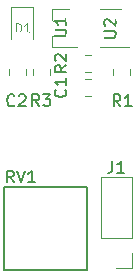
<source format=gbr>
G04 #@! TF.GenerationSoftware,KiCad,Pcbnew,(5.1.5)-3*
G04 #@! TF.CreationDate,2021-01-22T15:23:12+10:30*
G04 #@! TF.ProjectId,HallSingle,48616c6c-5369-46e6-976c-652e6b696361,rev?*
G04 #@! TF.SameCoordinates,Original*
G04 #@! TF.FileFunction,Legend,Top*
G04 #@! TF.FilePolarity,Positive*
%FSLAX46Y46*%
G04 Gerber Fmt 4.6, Leading zero omitted, Abs format (unit mm)*
G04 Created by KiCad (PCBNEW (5.1.5)-3) date 2021-01-22 15:23:12*
%MOMM*%
%LPD*%
G04 APERTURE LIST*
%ADD10C,0.120000*%
%ADD11C,0.150000*%
%ADD12C,0.125000*%
%ADD13C,3.302000*%
%ADD14R,1.162000X0.752000*%
%ADD15R,1.002000X0.902000*%
%ADD16C,1.626000*%
%ADD17C,0.100000*%
%ADD18O,1.802000X1.802000*%
%ADD19R,1.802000X1.802000*%
G04 APERTURE END LIST*
D10*
X146600000Y-61160000D02*
X149050000Y-61160000D01*
X148400000Y-57940000D02*
X146600000Y-57940000D01*
X142512000Y-57980500D02*
X142512000Y-58910500D01*
X142512000Y-61140500D02*
X142512000Y-60210500D01*
X142512000Y-61140500D02*
X144672000Y-61140500D01*
X142512000Y-57980500D02*
X143972000Y-57980500D01*
D11*
X145500000Y-80000000D02*
X145500000Y-76500000D01*
X138500000Y-80000000D02*
X145500000Y-80000000D01*
X138500000Y-73000000D02*
X138500000Y-80000000D01*
X145500000Y-73000000D02*
X138500000Y-73000000D01*
X145500000Y-76500000D02*
X145500000Y-73000000D01*
D10*
X142360000Y-63558578D02*
X142360000Y-63041422D01*
X140940000Y-63558578D02*
X140940000Y-63041422D01*
X145879078Y-61840000D02*
X145361922Y-61840000D01*
X145879078Y-63260000D02*
X145361922Y-63260000D01*
X149160000Y-63558578D02*
X149160000Y-63041422D01*
X147740000Y-63558578D02*
X147740000Y-63041422D01*
X149330000Y-79910000D02*
X148000000Y-79910000D01*
X149330000Y-78580000D02*
X149330000Y-79910000D01*
X149330000Y-77310000D02*
X146670000Y-77310000D01*
X146670000Y-77310000D02*
X146670000Y-72170000D01*
X149330000Y-77310000D02*
X149330000Y-72170000D01*
X149330000Y-72170000D02*
X146670000Y-72170000D01*
X139040000Y-57815000D02*
X139040000Y-60500000D01*
X140960000Y-57815000D02*
X139040000Y-57815000D01*
X140960000Y-60500000D02*
X140960000Y-57815000D01*
X138890000Y-63041422D02*
X138890000Y-63558578D01*
X140310000Y-63041422D02*
X140310000Y-63558578D01*
X145879078Y-63890000D02*
X145361922Y-63890000D01*
X145879078Y-65310000D02*
X145361922Y-65310000D01*
D11*
X143338095Y-69502380D02*
X143338095Y-68502380D01*
X143338095Y-68978571D02*
X143909523Y-68978571D01*
X143909523Y-69502380D02*
X143909523Y-68502380D01*
X144909523Y-69502380D02*
X144338095Y-69502380D01*
X144623809Y-69502380D02*
X144623809Y-68502380D01*
X144528571Y-68645238D01*
X144433333Y-68740476D01*
X144338095Y-68788095D01*
X146952380Y-60361904D02*
X147761904Y-60361904D01*
X147857142Y-60314285D01*
X147904761Y-60266666D01*
X147952380Y-60171428D01*
X147952380Y-59980952D01*
X147904761Y-59885714D01*
X147857142Y-59838095D01*
X147761904Y-59790476D01*
X146952380Y-59790476D01*
X147047619Y-59361904D02*
X147000000Y-59314285D01*
X146952380Y-59219047D01*
X146952380Y-58980952D01*
X147000000Y-58885714D01*
X147047619Y-58838095D01*
X147142857Y-58790476D01*
X147238095Y-58790476D01*
X147380952Y-58838095D01*
X147952380Y-59409523D01*
X147952380Y-58790476D01*
X142752380Y-60261904D02*
X143561904Y-60261904D01*
X143657142Y-60214285D01*
X143704761Y-60166666D01*
X143752380Y-60071428D01*
X143752380Y-59880952D01*
X143704761Y-59785714D01*
X143657142Y-59738095D01*
X143561904Y-59690476D01*
X142752380Y-59690476D01*
X143752380Y-58690476D02*
X143752380Y-59261904D01*
X143752380Y-58976190D02*
X142752380Y-58976190D01*
X142895238Y-59071428D01*
X142990476Y-59166666D01*
X143038095Y-59261904D01*
X139295261Y-72628380D02*
X138961928Y-72152190D01*
X138723833Y-72628380D02*
X138723833Y-71628380D01*
X139104785Y-71628380D01*
X139200023Y-71676000D01*
X139247642Y-71723619D01*
X139295261Y-71818857D01*
X139295261Y-71961714D01*
X139247642Y-72056952D01*
X139200023Y-72104571D01*
X139104785Y-72152190D01*
X138723833Y-72152190D01*
X139580976Y-71628380D02*
X139914309Y-72628380D01*
X140247642Y-71628380D01*
X141104785Y-72628380D02*
X140533357Y-72628380D01*
X140819071Y-72628380D02*
X140819071Y-71628380D01*
X140723833Y-71771238D01*
X140628595Y-71866476D01*
X140533357Y-71914095D01*
X141464833Y-66152380D02*
X141131500Y-65676190D01*
X140893404Y-66152380D02*
X140893404Y-65152380D01*
X141274357Y-65152380D01*
X141369595Y-65200000D01*
X141417214Y-65247619D01*
X141464833Y-65342857D01*
X141464833Y-65485714D01*
X141417214Y-65580952D01*
X141369595Y-65628571D01*
X141274357Y-65676190D01*
X140893404Y-65676190D01*
X141798166Y-65152380D02*
X142417214Y-65152380D01*
X142083880Y-65533333D01*
X142226738Y-65533333D01*
X142321976Y-65580952D01*
X142369595Y-65628571D01*
X142417214Y-65723809D01*
X142417214Y-65961904D01*
X142369595Y-66057142D01*
X142321976Y-66104761D01*
X142226738Y-66152380D01*
X141941023Y-66152380D01*
X141845785Y-66104761D01*
X141798166Y-66057142D01*
X143771880Y-62716666D02*
X143295690Y-63050000D01*
X143771880Y-63288095D02*
X142771880Y-63288095D01*
X142771880Y-62907142D01*
X142819500Y-62811904D01*
X142867119Y-62764285D01*
X142962357Y-62716666D01*
X143105214Y-62716666D01*
X143200452Y-62764285D01*
X143248071Y-62811904D01*
X143295690Y-62907142D01*
X143295690Y-63288095D01*
X142867119Y-62335714D02*
X142819500Y-62288095D01*
X142771880Y-62192857D01*
X142771880Y-61954761D01*
X142819500Y-61859523D01*
X142867119Y-61811904D01*
X142962357Y-61764285D01*
X143057595Y-61764285D01*
X143200452Y-61811904D01*
X143771880Y-62383333D01*
X143771880Y-61764285D01*
X148346833Y-66180380D02*
X148013500Y-65704190D01*
X147775404Y-66180380D02*
X147775404Y-65180380D01*
X148156357Y-65180380D01*
X148251595Y-65228000D01*
X148299214Y-65275619D01*
X148346833Y-65370857D01*
X148346833Y-65513714D01*
X148299214Y-65608952D01*
X148251595Y-65656571D01*
X148156357Y-65704190D01*
X147775404Y-65704190D01*
X149299214Y-66180380D02*
X148727785Y-66180380D01*
X149013500Y-66180380D02*
X149013500Y-65180380D01*
X148918261Y-65323238D01*
X148823023Y-65418476D01*
X148727785Y-65466095D01*
X147666666Y-70819380D02*
X147666666Y-71533666D01*
X147619047Y-71676523D01*
X147523809Y-71771761D01*
X147380952Y-71819380D01*
X147285714Y-71819380D01*
X148666666Y-71819380D02*
X148095238Y-71819380D01*
X148380952Y-71819380D02*
X148380952Y-70819380D01*
X148285714Y-70962238D01*
X148190476Y-71057476D01*
X148095238Y-71105095D01*
D12*
X139496428Y-59889285D02*
X139496428Y-59139285D01*
X139675000Y-59139285D01*
X139782142Y-59175000D01*
X139853571Y-59246428D01*
X139889285Y-59317857D01*
X139925000Y-59460714D01*
X139925000Y-59567857D01*
X139889285Y-59710714D01*
X139853571Y-59782142D01*
X139782142Y-59853571D01*
X139675000Y-59889285D01*
X139496428Y-59889285D01*
X140639285Y-59889285D02*
X140210714Y-59889285D01*
X140425000Y-59889285D02*
X140425000Y-59139285D01*
X140353571Y-59246428D01*
X140282142Y-59317857D01*
X140210714Y-59353571D01*
D11*
X139369833Y-66085142D02*
X139322214Y-66132761D01*
X139179357Y-66180380D01*
X139084119Y-66180380D01*
X138941261Y-66132761D01*
X138846023Y-66037523D01*
X138798404Y-65942285D01*
X138750785Y-65751809D01*
X138750785Y-65608952D01*
X138798404Y-65418476D01*
X138846023Y-65323238D01*
X138941261Y-65228000D01*
X139084119Y-65180380D01*
X139179357Y-65180380D01*
X139322214Y-65228000D01*
X139369833Y-65275619D01*
X139750785Y-65275619D02*
X139798404Y-65228000D01*
X139893642Y-65180380D01*
X140131738Y-65180380D01*
X140226976Y-65228000D01*
X140274595Y-65275619D01*
X140322214Y-65370857D01*
X140322214Y-65466095D01*
X140274595Y-65608952D01*
X139703166Y-66180380D01*
X140322214Y-66180380D01*
X143676642Y-64766666D02*
X143724261Y-64814285D01*
X143771880Y-64957142D01*
X143771880Y-65052380D01*
X143724261Y-65195238D01*
X143629023Y-65290476D01*
X143533785Y-65338095D01*
X143343309Y-65385714D01*
X143200452Y-65385714D01*
X143009976Y-65338095D01*
X142914738Y-65290476D01*
X142819500Y-65195238D01*
X142771880Y-65052380D01*
X142771880Y-64957142D01*
X142819500Y-64814285D01*
X142867119Y-64766666D01*
X143771880Y-63814285D02*
X143771880Y-64385714D01*
X143771880Y-64100000D02*
X142771880Y-64100000D01*
X142914738Y-64195238D01*
X143009976Y-64290476D01*
X143057595Y-64385714D01*
%LPC*%
D13*
X144000000Y-69000000D03*
D14*
X146400000Y-60500000D03*
X146400000Y-58600000D03*
X148600000Y-58600000D03*
X148600000Y-59550000D03*
X148600000Y-60500000D03*
D15*
X144272000Y-60510500D03*
X144272000Y-58610500D03*
X142272000Y-59560500D03*
D16*
X142000000Y-79000000D03*
X144500000Y-76500000D03*
X142000000Y-74000000D03*
D17*
G36*
X142158141Y-61825297D02*
G01*
X142184278Y-61829174D01*
X142209909Y-61835594D01*
X142234788Y-61844495D01*
X142258674Y-61855793D01*
X142281337Y-61869377D01*
X142302560Y-61885117D01*
X142322139Y-61902861D01*
X142339883Y-61922440D01*
X142355623Y-61943663D01*
X142369207Y-61966326D01*
X142380505Y-61990212D01*
X142389406Y-62015091D01*
X142395826Y-62040722D01*
X142399703Y-62066859D01*
X142401000Y-62093250D01*
X142401000Y-62631750D01*
X142399703Y-62658141D01*
X142395826Y-62684278D01*
X142389406Y-62709909D01*
X142380505Y-62734788D01*
X142369207Y-62758674D01*
X142355623Y-62781337D01*
X142339883Y-62802560D01*
X142322139Y-62822139D01*
X142302560Y-62839883D01*
X142281337Y-62855623D01*
X142258674Y-62869207D01*
X142234788Y-62880505D01*
X142209909Y-62889406D01*
X142184278Y-62895826D01*
X142158141Y-62899703D01*
X142131750Y-62901000D01*
X141168250Y-62901000D01*
X141141859Y-62899703D01*
X141115722Y-62895826D01*
X141090091Y-62889406D01*
X141065212Y-62880505D01*
X141041326Y-62869207D01*
X141018663Y-62855623D01*
X140997440Y-62839883D01*
X140977861Y-62822139D01*
X140960117Y-62802560D01*
X140944377Y-62781337D01*
X140930793Y-62758674D01*
X140919495Y-62734788D01*
X140910594Y-62709909D01*
X140904174Y-62684278D01*
X140900297Y-62658141D01*
X140899000Y-62631750D01*
X140899000Y-62093250D01*
X140900297Y-62066859D01*
X140904174Y-62040722D01*
X140910594Y-62015091D01*
X140919495Y-61990212D01*
X140930793Y-61966326D01*
X140944377Y-61943663D01*
X140960117Y-61922440D01*
X140977861Y-61902861D01*
X140997440Y-61885117D01*
X141018663Y-61869377D01*
X141041326Y-61855793D01*
X141065212Y-61844495D01*
X141090091Y-61835594D01*
X141115722Y-61829174D01*
X141141859Y-61825297D01*
X141168250Y-61824000D01*
X142131750Y-61824000D01*
X142158141Y-61825297D01*
G37*
G36*
X142158141Y-63700297D02*
G01*
X142184278Y-63704174D01*
X142209909Y-63710594D01*
X142234788Y-63719495D01*
X142258674Y-63730793D01*
X142281337Y-63744377D01*
X142302560Y-63760117D01*
X142322139Y-63777861D01*
X142339883Y-63797440D01*
X142355623Y-63818663D01*
X142369207Y-63841326D01*
X142380505Y-63865212D01*
X142389406Y-63890091D01*
X142395826Y-63915722D01*
X142399703Y-63941859D01*
X142401000Y-63968250D01*
X142401000Y-64506750D01*
X142399703Y-64533141D01*
X142395826Y-64559278D01*
X142389406Y-64584909D01*
X142380505Y-64609788D01*
X142369207Y-64633674D01*
X142355623Y-64656337D01*
X142339883Y-64677560D01*
X142322139Y-64697139D01*
X142302560Y-64714883D01*
X142281337Y-64730623D01*
X142258674Y-64744207D01*
X142234788Y-64755505D01*
X142209909Y-64764406D01*
X142184278Y-64770826D01*
X142158141Y-64774703D01*
X142131750Y-64776000D01*
X141168250Y-64776000D01*
X141141859Y-64774703D01*
X141115722Y-64770826D01*
X141090091Y-64764406D01*
X141065212Y-64755505D01*
X141041326Y-64744207D01*
X141018663Y-64730623D01*
X140997440Y-64714883D01*
X140977861Y-64697139D01*
X140960117Y-64677560D01*
X140944377Y-64656337D01*
X140930793Y-64633674D01*
X140919495Y-64609788D01*
X140910594Y-64584909D01*
X140904174Y-64559278D01*
X140900297Y-64533141D01*
X140899000Y-64506750D01*
X140899000Y-63968250D01*
X140900297Y-63941859D01*
X140904174Y-63915722D01*
X140910594Y-63890091D01*
X140919495Y-63865212D01*
X140930793Y-63841326D01*
X140944377Y-63818663D01*
X140960117Y-63797440D01*
X140977861Y-63777861D01*
X140997440Y-63760117D01*
X141018663Y-63744377D01*
X141041326Y-63730793D01*
X141065212Y-63719495D01*
X141090091Y-63710594D01*
X141115722Y-63704174D01*
X141141859Y-63700297D01*
X141168250Y-63699000D01*
X142131750Y-63699000D01*
X142158141Y-63700297D01*
G37*
G36*
X144978641Y-61800297D02*
G01*
X145004778Y-61804174D01*
X145030409Y-61810594D01*
X145055288Y-61819495D01*
X145079174Y-61830793D01*
X145101837Y-61844377D01*
X145123060Y-61860117D01*
X145142639Y-61877861D01*
X145160383Y-61897440D01*
X145176123Y-61918663D01*
X145189707Y-61941326D01*
X145201005Y-61965212D01*
X145209906Y-61990091D01*
X145216326Y-62015722D01*
X145220203Y-62041859D01*
X145221500Y-62068250D01*
X145221500Y-63031750D01*
X145220203Y-63058141D01*
X145216326Y-63084278D01*
X145209906Y-63109909D01*
X145201005Y-63134788D01*
X145189707Y-63158674D01*
X145176123Y-63181337D01*
X145160383Y-63202560D01*
X145142639Y-63222139D01*
X145123060Y-63239883D01*
X145101837Y-63255623D01*
X145079174Y-63269207D01*
X145055288Y-63280505D01*
X145030409Y-63289406D01*
X145004778Y-63295826D01*
X144978641Y-63299703D01*
X144952250Y-63301000D01*
X144413750Y-63301000D01*
X144387359Y-63299703D01*
X144361222Y-63295826D01*
X144335591Y-63289406D01*
X144310712Y-63280505D01*
X144286826Y-63269207D01*
X144264163Y-63255623D01*
X144242940Y-63239883D01*
X144223361Y-63222139D01*
X144205617Y-63202560D01*
X144189877Y-63181337D01*
X144176293Y-63158674D01*
X144164995Y-63134788D01*
X144156094Y-63109909D01*
X144149674Y-63084278D01*
X144145797Y-63058141D01*
X144144500Y-63031750D01*
X144144500Y-62068250D01*
X144145797Y-62041859D01*
X144149674Y-62015722D01*
X144156094Y-61990091D01*
X144164995Y-61965212D01*
X144176293Y-61941326D01*
X144189877Y-61918663D01*
X144205617Y-61897440D01*
X144223361Y-61877861D01*
X144242940Y-61860117D01*
X144264163Y-61844377D01*
X144286826Y-61830793D01*
X144310712Y-61819495D01*
X144335591Y-61810594D01*
X144361222Y-61804174D01*
X144387359Y-61800297D01*
X144413750Y-61799000D01*
X144952250Y-61799000D01*
X144978641Y-61800297D01*
G37*
G36*
X146853641Y-61800297D02*
G01*
X146879778Y-61804174D01*
X146905409Y-61810594D01*
X146930288Y-61819495D01*
X146954174Y-61830793D01*
X146976837Y-61844377D01*
X146998060Y-61860117D01*
X147017639Y-61877861D01*
X147035383Y-61897440D01*
X147051123Y-61918663D01*
X147064707Y-61941326D01*
X147076005Y-61965212D01*
X147084906Y-61990091D01*
X147091326Y-62015722D01*
X147095203Y-62041859D01*
X147096500Y-62068250D01*
X147096500Y-63031750D01*
X147095203Y-63058141D01*
X147091326Y-63084278D01*
X147084906Y-63109909D01*
X147076005Y-63134788D01*
X147064707Y-63158674D01*
X147051123Y-63181337D01*
X147035383Y-63202560D01*
X147017639Y-63222139D01*
X146998060Y-63239883D01*
X146976837Y-63255623D01*
X146954174Y-63269207D01*
X146930288Y-63280505D01*
X146905409Y-63289406D01*
X146879778Y-63295826D01*
X146853641Y-63299703D01*
X146827250Y-63301000D01*
X146288750Y-63301000D01*
X146262359Y-63299703D01*
X146236222Y-63295826D01*
X146210591Y-63289406D01*
X146185712Y-63280505D01*
X146161826Y-63269207D01*
X146139163Y-63255623D01*
X146117940Y-63239883D01*
X146098361Y-63222139D01*
X146080617Y-63202560D01*
X146064877Y-63181337D01*
X146051293Y-63158674D01*
X146039995Y-63134788D01*
X146031094Y-63109909D01*
X146024674Y-63084278D01*
X146020797Y-63058141D01*
X146019500Y-63031750D01*
X146019500Y-62068250D01*
X146020797Y-62041859D01*
X146024674Y-62015722D01*
X146031094Y-61990091D01*
X146039995Y-61965212D01*
X146051293Y-61941326D01*
X146064877Y-61918663D01*
X146080617Y-61897440D01*
X146098361Y-61877861D01*
X146117940Y-61860117D01*
X146139163Y-61844377D01*
X146161826Y-61830793D01*
X146185712Y-61819495D01*
X146210591Y-61810594D01*
X146236222Y-61804174D01*
X146262359Y-61800297D01*
X146288750Y-61799000D01*
X146827250Y-61799000D01*
X146853641Y-61800297D01*
G37*
G36*
X148958141Y-61825297D02*
G01*
X148984278Y-61829174D01*
X149009909Y-61835594D01*
X149034788Y-61844495D01*
X149058674Y-61855793D01*
X149081337Y-61869377D01*
X149102560Y-61885117D01*
X149122139Y-61902861D01*
X149139883Y-61922440D01*
X149155623Y-61943663D01*
X149169207Y-61966326D01*
X149180505Y-61990212D01*
X149189406Y-62015091D01*
X149195826Y-62040722D01*
X149199703Y-62066859D01*
X149201000Y-62093250D01*
X149201000Y-62631750D01*
X149199703Y-62658141D01*
X149195826Y-62684278D01*
X149189406Y-62709909D01*
X149180505Y-62734788D01*
X149169207Y-62758674D01*
X149155623Y-62781337D01*
X149139883Y-62802560D01*
X149122139Y-62822139D01*
X149102560Y-62839883D01*
X149081337Y-62855623D01*
X149058674Y-62869207D01*
X149034788Y-62880505D01*
X149009909Y-62889406D01*
X148984278Y-62895826D01*
X148958141Y-62899703D01*
X148931750Y-62901000D01*
X147968250Y-62901000D01*
X147941859Y-62899703D01*
X147915722Y-62895826D01*
X147890091Y-62889406D01*
X147865212Y-62880505D01*
X147841326Y-62869207D01*
X147818663Y-62855623D01*
X147797440Y-62839883D01*
X147777861Y-62822139D01*
X147760117Y-62802560D01*
X147744377Y-62781337D01*
X147730793Y-62758674D01*
X147719495Y-62734788D01*
X147710594Y-62709909D01*
X147704174Y-62684278D01*
X147700297Y-62658141D01*
X147699000Y-62631750D01*
X147699000Y-62093250D01*
X147700297Y-62066859D01*
X147704174Y-62040722D01*
X147710594Y-62015091D01*
X147719495Y-61990212D01*
X147730793Y-61966326D01*
X147744377Y-61943663D01*
X147760117Y-61922440D01*
X147777861Y-61902861D01*
X147797440Y-61885117D01*
X147818663Y-61869377D01*
X147841326Y-61855793D01*
X147865212Y-61844495D01*
X147890091Y-61835594D01*
X147915722Y-61829174D01*
X147941859Y-61825297D01*
X147968250Y-61824000D01*
X148931750Y-61824000D01*
X148958141Y-61825297D01*
G37*
G36*
X148958141Y-63700297D02*
G01*
X148984278Y-63704174D01*
X149009909Y-63710594D01*
X149034788Y-63719495D01*
X149058674Y-63730793D01*
X149081337Y-63744377D01*
X149102560Y-63760117D01*
X149122139Y-63777861D01*
X149139883Y-63797440D01*
X149155623Y-63818663D01*
X149169207Y-63841326D01*
X149180505Y-63865212D01*
X149189406Y-63890091D01*
X149195826Y-63915722D01*
X149199703Y-63941859D01*
X149201000Y-63968250D01*
X149201000Y-64506750D01*
X149199703Y-64533141D01*
X149195826Y-64559278D01*
X149189406Y-64584909D01*
X149180505Y-64609788D01*
X149169207Y-64633674D01*
X149155623Y-64656337D01*
X149139883Y-64677560D01*
X149122139Y-64697139D01*
X149102560Y-64714883D01*
X149081337Y-64730623D01*
X149058674Y-64744207D01*
X149034788Y-64755505D01*
X149009909Y-64764406D01*
X148984278Y-64770826D01*
X148958141Y-64774703D01*
X148931750Y-64776000D01*
X147968250Y-64776000D01*
X147941859Y-64774703D01*
X147915722Y-64770826D01*
X147890091Y-64764406D01*
X147865212Y-64755505D01*
X147841326Y-64744207D01*
X147818663Y-64730623D01*
X147797440Y-64714883D01*
X147777861Y-64697139D01*
X147760117Y-64677560D01*
X147744377Y-64656337D01*
X147730793Y-64633674D01*
X147719495Y-64609788D01*
X147710594Y-64584909D01*
X147704174Y-64559278D01*
X147700297Y-64533141D01*
X147699000Y-64506750D01*
X147699000Y-63968250D01*
X147700297Y-63941859D01*
X147704174Y-63915722D01*
X147710594Y-63890091D01*
X147719495Y-63865212D01*
X147730793Y-63841326D01*
X147744377Y-63818663D01*
X147760117Y-63797440D01*
X147777861Y-63777861D01*
X147797440Y-63760117D01*
X147818663Y-63744377D01*
X147841326Y-63730793D01*
X147865212Y-63719495D01*
X147890091Y-63710594D01*
X147915722Y-63704174D01*
X147941859Y-63700297D01*
X147968250Y-63699000D01*
X148931750Y-63699000D01*
X148958141Y-63700297D01*
G37*
D18*
X148000000Y-73500000D03*
X148000000Y-76040000D03*
D19*
X148000000Y-78580000D03*
D17*
G36*
X140508141Y-59900297D02*
G01*
X140534278Y-59904174D01*
X140559909Y-59910594D01*
X140584788Y-59919495D01*
X140608674Y-59930793D01*
X140631337Y-59944377D01*
X140652560Y-59960117D01*
X140672139Y-59977861D01*
X140689883Y-59997440D01*
X140705623Y-60018663D01*
X140719207Y-60041326D01*
X140730505Y-60065212D01*
X140739406Y-60090091D01*
X140745826Y-60115722D01*
X140749703Y-60141859D01*
X140751000Y-60168250D01*
X140751000Y-60706750D01*
X140749703Y-60733141D01*
X140745826Y-60759278D01*
X140739406Y-60784909D01*
X140730505Y-60809788D01*
X140719207Y-60833674D01*
X140705623Y-60856337D01*
X140689883Y-60877560D01*
X140672139Y-60897139D01*
X140652560Y-60914883D01*
X140631337Y-60930623D01*
X140608674Y-60944207D01*
X140584788Y-60955505D01*
X140559909Y-60964406D01*
X140534278Y-60970826D01*
X140508141Y-60974703D01*
X140481750Y-60976000D01*
X139518250Y-60976000D01*
X139491859Y-60974703D01*
X139465722Y-60970826D01*
X139440091Y-60964406D01*
X139415212Y-60955505D01*
X139391326Y-60944207D01*
X139368663Y-60930623D01*
X139347440Y-60914883D01*
X139327861Y-60897139D01*
X139310117Y-60877560D01*
X139294377Y-60856337D01*
X139280793Y-60833674D01*
X139269495Y-60809788D01*
X139260594Y-60784909D01*
X139254174Y-60759278D01*
X139250297Y-60733141D01*
X139249000Y-60706750D01*
X139249000Y-60168250D01*
X139250297Y-60141859D01*
X139254174Y-60115722D01*
X139260594Y-60090091D01*
X139269495Y-60065212D01*
X139280793Y-60041326D01*
X139294377Y-60018663D01*
X139310117Y-59997440D01*
X139327861Y-59977861D01*
X139347440Y-59960117D01*
X139368663Y-59944377D01*
X139391326Y-59930793D01*
X139415212Y-59919495D01*
X139440091Y-59910594D01*
X139465722Y-59904174D01*
X139491859Y-59900297D01*
X139518250Y-59899000D01*
X140481750Y-59899000D01*
X140508141Y-59900297D01*
G37*
G36*
X140508141Y-58025297D02*
G01*
X140534278Y-58029174D01*
X140559909Y-58035594D01*
X140584788Y-58044495D01*
X140608674Y-58055793D01*
X140631337Y-58069377D01*
X140652560Y-58085117D01*
X140672139Y-58102861D01*
X140689883Y-58122440D01*
X140705623Y-58143663D01*
X140719207Y-58166326D01*
X140730505Y-58190212D01*
X140739406Y-58215091D01*
X140745826Y-58240722D01*
X140749703Y-58266859D01*
X140751000Y-58293250D01*
X140751000Y-58831750D01*
X140749703Y-58858141D01*
X140745826Y-58884278D01*
X140739406Y-58909909D01*
X140730505Y-58934788D01*
X140719207Y-58958674D01*
X140705623Y-58981337D01*
X140689883Y-59002560D01*
X140672139Y-59022139D01*
X140652560Y-59039883D01*
X140631337Y-59055623D01*
X140608674Y-59069207D01*
X140584788Y-59080505D01*
X140559909Y-59089406D01*
X140534278Y-59095826D01*
X140508141Y-59099703D01*
X140481750Y-59101000D01*
X139518250Y-59101000D01*
X139491859Y-59099703D01*
X139465722Y-59095826D01*
X139440091Y-59089406D01*
X139415212Y-59080505D01*
X139391326Y-59069207D01*
X139368663Y-59055623D01*
X139347440Y-59039883D01*
X139327861Y-59022139D01*
X139310117Y-59002560D01*
X139294377Y-58981337D01*
X139280793Y-58958674D01*
X139269495Y-58934788D01*
X139260594Y-58909909D01*
X139254174Y-58884278D01*
X139250297Y-58858141D01*
X139249000Y-58831750D01*
X139249000Y-58293250D01*
X139250297Y-58266859D01*
X139254174Y-58240722D01*
X139260594Y-58215091D01*
X139269495Y-58190212D01*
X139280793Y-58166326D01*
X139294377Y-58143663D01*
X139310117Y-58122440D01*
X139327861Y-58102861D01*
X139347440Y-58085117D01*
X139368663Y-58069377D01*
X139391326Y-58055793D01*
X139415212Y-58044495D01*
X139440091Y-58035594D01*
X139465722Y-58029174D01*
X139491859Y-58025297D01*
X139518250Y-58024000D01*
X140481750Y-58024000D01*
X140508141Y-58025297D01*
G37*
G36*
X140108141Y-63700297D02*
G01*
X140134278Y-63704174D01*
X140159909Y-63710594D01*
X140184788Y-63719495D01*
X140208674Y-63730793D01*
X140231337Y-63744377D01*
X140252560Y-63760117D01*
X140272139Y-63777861D01*
X140289883Y-63797440D01*
X140305623Y-63818663D01*
X140319207Y-63841326D01*
X140330505Y-63865212D01*
X140339406Y-63890091D01*
X140345826Y-63915722D01*
X140349703Y-63941859D01*
X140351000Y-63968250D01*
X140351000Y-64506750D01*
X140349703Y-64533141D01*
X140345826Y-64559278D01*
X140339406Y-64584909D01*
X140330505Y-64609788D01*
X140319207Y-64633674D01*
X140305623Y-64656337D01*
X140289883Y-64677560D01*
X140272139Y-64697139D01*
X140252560Y-64714883D01*
X140231337Y-64730623D01*
X140208674Y-64744207D01*
X140184788Y-64755505D01*
X140159909Y-64764406D01*
X140134278Y-64770826D01*
X140108141Y-64774703D01*
X140081750Y-64776000D01*
X139118250Y-64776000D01*
X139091859Y-64774703D01*
X139065722Y-64770826D01*
X139040091Y-64764406D01*
X139015212Y-64755505D01*
X138991326Y-64744207D01*
X138968663Y-64730623D01*
X138947440Y-64714883D01*
X138927861Y-64697139D01*
X138910117Y-64677560D01*
X138894377Y-64656337D01*
X138880793Y-64633674D01*
X138869495Y-64609788D01*
X138860594Y-64584909D01*
X138854174Y-64559278D01*
X138850297Y-64533141D01*
X138849000Y-64506750D01*
X138849000Y-63968250D01*
X138850297Y-63941859D01*
X138854174Y-63915722D01*
X138860594Y-63890091D01*
X138869495Y-63865212D01*
X138880793Y-63841326D01*
X138894377Y-63818663D01*
X138910117Y-63797440D01*
X138927861Y-63777861D01*
X138947440Y-63760117D01*
X138968663Y-63744377D01*
X138991326Y-63730793D01*
X139015212Y-63719495D01*
X139040091Y-63710594D01*
X139065722Y-63704174D01*
X139091859Y-63700297D01*
X139118250Y-63699000D01*
X140081750Y-63699000D01*
X140108141Y-63700297D01*
G37*
G36*
X140108141Y-61825297D02*
G01*
X140134278Y-61829174D01*
X140159909Y-61835594D01*
X140184788Y-61844495D01*
X140208674Y-61855793D01*
X140231337Y-61869377D01*
X140252560Y-61885117D01*
X140272139Y-61902861D01*
X140289883Y-61922440D01*
X140305623Y-61943663D01*
X140319207Y-61966326D01*
X140330505Y-61990212D01*
X140339406Y-62015091D01*
X140345826Y-62040722D01*
X140349703Y-62066859D01*
X140351000Y-62093250D01*
X140351000Y-62631750D01*
X140349703Y-62658141D01*
X140345826Y-62684278D01*
X140339406Y-62709909D01*
X140330505Y-62734788D01*
X140319207Y-62758674D01*
X140305623Y-62781337D01*
X140289883Y-62802560D01*
X140272139Y-62822139D01*
X140252560Y-62839883D01*
X140231337Y-62855623D01*
X140208674Y-62869207D01*
X140184788Y-62880505D01*
X140159909Y-62889406D01*
X140134278Y-62895826D01*
X140108141Y-62899703D01*
X140081750Y-62901000D01*
X139118250Y-62901000D01*
X139091859Y-62899703D01*
X139065722Y-62895826D01*
X139040091Y-62889406D01*
X139015212Y-62880505D01*
X138991326Y-62869207D01*
X138968663Y-62855623D01*
X138947440Y-62839883D01*
X138927861Y-62822139D01*
X138910117Y-62802560D01*
X138894377Y-62781337D01*
X138880793Y-62758674D01*
X138869495Y-62734788D01*
X138860594Y-62709909D01*
X138854174Y-62684278D01*
X138850297Y-62658141D01*
X138849000Y-62631750D01*
X138849000Y-62093250D01*
X138850297Y-62066859D01*
X138854174Y-62040722D01*
X138860594Y-62015091D01*
X138869495Y-61990212D01*
X138880793Y-61966326D01*
X138894377Y-61943663D01*
X138910117Y-61922440D01*
X138927861Y-61902861D01*
X138947440Y-61885117D01*
X138968663Y-61869377D01*
X138991326Y-61855793D01*
X139015212Y-61844495D01*
X139040091Y-61835594D01*
X139065722Y-61829174D01*
X139091859Y-61825297D01*
X139118250Y-61824000D01*
X140081750Y-61824000D01*
X140108141Y-61825297D01*
G37*
G36*
X144978641Y-63850297D02*
G01*
X145004778Y-63854174D01*
X145030409Y-63860594D01*
X145055288Y-63869495D01*
X145079174Y-63880793D01*
X145101837Y-63894377D01*
X145123060Y-63910117D01*
X145142639Y-63927861D01*
X145160383Y-63947440D01*
X145176123Y-63968663D01*
X145189707Y-63991326D01*
X145201005Y-64015212D01*
X145209906Y-64040091D01*
X145216326Y-64065722D01*
X145220203Y-64091859D01*
X145221500Y-64118250D01*
X145221500Y-65081750D01*
X145220203Y-65108141D01*
X145216326Y-65134278D01*
X145209906Y-65159909D01*
X145201005Y-65184788D01*
X145189707Y-65208674D01*
X145176123Y-65231337D01*
X145160383Y-65252560D01*
X145142639Y-65272139D01*
X145123060Y-65289883D01*
X145101837Y-65305623D01*
X145079174Y-65319207D01*
X145055288Y-65330505D01*
X145030409Y-65339406D01*
X145004778Y-65345826D01*
X144978641Y-65349703D01*
X144952250Y-65351000D01*
X144413750Y-65351000D01*
X144387359Y-65349703D01*
X144361222Y-65345826D01*
X144335591Y-65339406D01*
X144310712Y-65330505D01*
X144286826Y-65319207D01*
X144264163Y-65305623D01*
X144242940Y-65289883D01*
X144223361Y-65272139D01*
X144205617Y-65252560D01*
X144189877Y-65231337D01*
X144176293Y-65208674D01*
X144164995Y-65184788D01*
X144156094Y-65159909D01*
X144149674Y-65134278D01*
X144145797Y-65108141D01*
X144144500Y-65081750D01*
X144144500Y-64118250D01*
X144145797Y-64091859D01*
X144149674Y-64065722D01*
X144156094Y-64040091D01*
X144164995Y-64015212D01*
X144176293Y-63991326D01*
X144189877Y-63968663D01*
X144205617Y-63947440D01*
X144223361Y-63927861D01*
X144242940Y-63910117D01*
X144264163Y-63894377D01*
X144286826Y-63880793D01*
X144310712Y-63869495D01*
X144335591Y-63860594D01*
X144361222Y-63854174D01*
X144387359Y-63850297D01*
X144413750Y-63849000D01*
X144952250Y-63849000D01*
X144978641Y-63850297D01*
G37*
G36*
X146853641Y-63850297D02*
G01*
X146879778Y-63854174D01*
X146905409Y-63860594D01*
X146930288Y-63869495D01*
X146954174Y-63880793D01*
X146976837Y-63894377D01*
X146998060Y-63910117D01*
X147017639Y-63927861D01*
X147035383Y-63947440D01*
X147051123Y-63968663D01*
X147064707Y-63991326D01*
X147076005Y-64015212D01*
X147084906Y-64040091D01*
X147091326Y-64065722D01*
X147095203Y-64091859D01*
X147096500Y-64118250D01*
X147096500Y-65081750D01*
X147095203Y-65108141D01*
X147091326Y-65134278D01*
X147084906Y-65159909D01*
X147076005Y-65184788D01*
X147064707Y-65208674D01*
X147051123Y-65231337D01*
X147035383Y-65252560D01*
X147017639Y-65272139D01*
X146998060Y-65289883D01*
X146976837Y-65305623D01*
X146954174Y-65319207D01*
X146930288Y-65330505D01*
X146905409Y-65339406D01*
X146879778Y-65345826D01*
X146853641Y-65349703D01*
X146827250Y-65351000D01*
X146288750Y-65351000D01*
X146262359Y-65349703D01*
X146236222Y-65345826D01*
X146210591Y-65339406D01*
X146185712Y-65330505D01*
X146161826Y-65319207D01*
X146139163Y-65305623D01*
X146117940Y-65289883D01*
X146098361Y-65272139D01*
X146080617Y-65252560D01*
X146064877Y-65231337D01*
X146051293Y-65208674D01*
X146039995Y-65184788D01*
X146031094Y-65159909D01*
X146024674Y-65134278D01*
X146020797Y-65108141D01*
X146019500Y-65081750D01*
X146019500Y-64118250D01*
X146020797Y-64091859D01*
X146024674Y-64065722D01*
X146031094Y-64040091D01*
X146039995Y-64015212D01*
X146051293Y-63991326D01*
X146064877Y-63968663D01*
X146080617Y-63947440D01*
X146098361Y-63927861D01*
X146117940Y-63910117D01*
X146139163Y-63894377D01*
X146161826Y-63880793D01*
X146185712Y-63869495D01*
X146210591Y-63860594D01*
X146236222Y-63854174D01*
X146262359Y-63850297D01*
X146288750Y-63849000D01*
X146827250Y-63849000D01*
X146853641Y-63850297D01*
G37*
M02*

</source>
